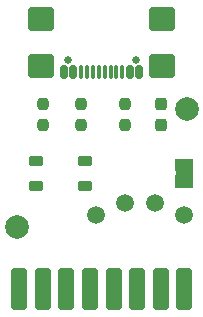
<source format=gbr>
%TF.GenerationSoftware,KiCad,Pcbnew,9.0.6-1.fc43*%
%TF.CreationDate,2025-12-11T01:18:59+10:30*%
%TF.ProjectId,fastboot_breakout,66617374-626f-46f7-945f-627265616b6f,1.1*%
%TF.SameCoordinates,Original*%
%TF.FileFunction,Soldermask,Top*%
%TF.FilePolarity,Negative*%
%FSLAX46Y46*%
G04 Gerber Fmt 4.6, Leading zero omitted, Abs format (unit mm)*
G04 Created by KiCad (PCBNEW 9.0.6-1.fc43) date 2025-12-11 01:18:59*
%MOMM*%
%LPD*%
G01*
G04 APERTURE LIST*
G04 Aperture macros list*
%AMRoundRect*
0 Rectangle with rounded corners*
0 $1 Rounding radius*
0 $2 $3 $4 $5 $6 $7 $8 $9 X,Y pos of 4 corners*
0 Add a 4 corners polygon primitive as box body*
4,1,4,$2,$3,$4,$5,$6,$7,$8,$9,$2,$3,0*
0 Add four circle primitives for the rounded corners*
1,1,$1+$1,$2,$3*
1,1,$1+$1,$4,$5*
1,1,$1+$1,$6,$7*
1,1,$1+$1,$8,$9*
0 Add four rect primitives between the rounded corners*
20,1,$1+$1,$2,$3,$4,$5,0*
20,1,$1+$1,$4,$5,$6,$7,0*
20,1,$1+$1,$6,$7,$8,$9,0*
20,1,$1+$1,$8,$9,$2,$3,0*%
%AMFreePoly0*
4,1,6,1.000000,0.000000,0.500000,-0.750000,-0.500000,-0.750000,-0.500000,0.750000,0.500000,0.750000,1.000000,0.000000,1.000000,0.000000,$1*%
%AMFreePoly1*
4,1,6,0.500000,-0.750000,-0.650000,-0.750000,-0.150000,0.000000,-0.650000,0.750000,0.500000,0.750000,0.500000,-0.750000,0.500000,-0.750000,$1*%
G04 Aperture macros list end*
%ADD10RoundRect,0.237500X-0.237500X0.250000X-0.237500X-0.250000X0.237500X-0.250000X0.237500X0.250000X0*%
%ADD11RoundRect,0.237500X-0.237500X0.300000X-0.237500X-0.300000X0.237500X-0.300000X0.237500X0.300000X0*%
%ADD12C,1.500000*%
%ADD13FreePoly0,270.000000*%
%ADD14FreePoly1,270.000000*%
%ADD15C,2.000000*%
%ADD16C,0.650000*%
%ADD17RoundRect,0.150000X0.150000X0.425000X-0.150000X0.425000X-0.150000X-0.425000X0.150000X-0.425000X0*%
%ADD18RoundRect,0.075000X0.075000X0.500000X-0.075000X0.500000X-0.075000X-0.500000X0.075000X-0.500000X0*%
%ADD19RoundRect,0.250000X0.840000X0.750000X-0.840000X0.750000X-0.840000X-0.750000X0.840000X-0.750000X0*%
%ADD20RoundRect,0.120000X-0.480000X-0.280000X0.480000X-0.280000X0.480000X0.280000X-0.480000X0.280000X0*%
%ADD21RoundRect,0.195000X0.455000X1.555000X-0.455000X1.555000X-0.455000X-1.555000X0.455000X-1.555000X0*%
G04 APERTURE END LIST*
%TO.C,JP1*%
G36*
X153342857Y-99746000D02*
G01*
X151842857Y-99746000D01*
X151842857Y-102196000D01*
X153342857Y-102196000D01*
X153342857Y-99746000D01*
G37*
%TD*%
D10*
%TO.C,R4*%
X147592857Y-95058500D03*
X147592857Y-96883500D03*
%TD*%
D11*
%TO.C,C1*%
X150592857Y-95108500D03*
X150592857Y-96833500D03*
%TD*%
D12*
%TO.C,TP4*%
X145092857Y-104471000D03*
%TD*%
D13*
%TO.C,JP1*%
X152592857Y-100246000D03*
D14*
X152592857Y-101696000D03*
%TD*%
D15*
%TO.C,FID4*%
X138392857Y-105471000D03*
%TD*%
D10*
%TO.C,R3*%
X140592857Y-95058500D03*
X140592857Y-96883500D03*
%TD*%
D16*
%TO.C,J4*%
X148482857Y-91326000D03*
X142702857Y-91326000D03*
D17*
X148792857Y-92401000D03*
X147992857Y-92401000D03*
D18*
X146842857Y-92401000D03*
X145842857Y-92401000D03*
X145342857Y-92401000D03*
X144342857Y-92401000D03*
D17*
X143192857Y-92401000D03*
X142392857Y-92401000D03*
X142392857Y-92401000D03*
X143192857Y-92401000D03*
D18*
X143842857Y-92401000D03*
X144842857Y-92401000D03*
X146342857Y-92401000D03*
X147342857Y-92401000D03*
D17*
X147992857Y-92401000D03*
X148792857Y-92401000D03*
D19*
X150702857Y-91826000D03*
X150702857Y-87896000D03*
X140482857Y-91826000D03*
X140482857Y-87896000D03*
%TD*%
D12*
%TO.C,TP3*%
X147592857Y-103471000D03*
%TD*%
D10*
%TO.C,R2*%
X143842857Y-95058500D03*
X143842857Y-96883500D03*
%TD*%
D20*
%TO.C,SW1*%
X140017857Y-99896000D03*
X144167857Y-99896000D03*
X140017857Y-102046000D03*
X144167857Y-102046000D03*
%TD*%
D12*
%TO.C,TP1*%
X150092857Y-103471000D03*
%TD*%
D15*
%TO.C,FID3*%
X152792857Y-95471000D03*
%TD*%
D12*
%TO.C,TP2*%
X152592857Y-104471000D03*
%TD*%
D21*
%TO.C,J1*%
X138592857Y-110721000D03*
X140592857Y-110721000D03*
X142592857Y-110721000D03*
X144592857Y-110721000D03*
X146592857Y-110721000D03*
X148592857Y-110721000D03*
X150592857Y-110721000D03*
X152592857Y-110721000D03*
%TD*%
M02*

</source>
